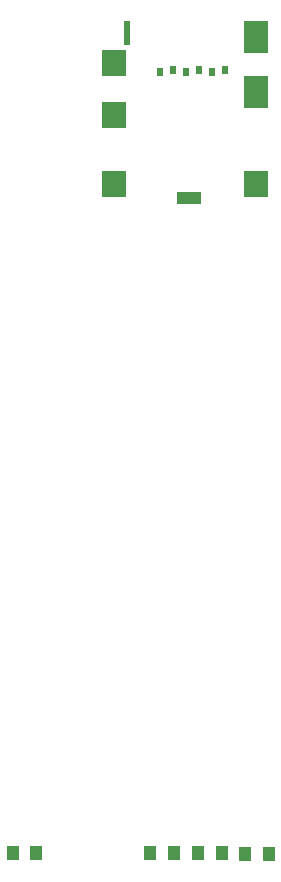
<source format=gbr>
G04 #@! TF.GenerationSoftware,KiCad,Pcbnew,5.0.2+dfsg1-1~bpo9+1*
G04 #@! TF.CreationDate,2019-03-13T07:25:58+01:00*
G04 #@! TF.ProjectId,sensenet_particlemeter,73656e73-656e-4657-945f-706172746963,1.0*
G04 #@! TF.SameCoordinates,Original*
G04 #@! TF.FileFunction,Paste,Bot*
G04 #@! TF.FilePolarity,Positive*
%FSLAX46Y46*%
G04 Gerber Fmt 4.6, Leading zero omitted, Abs format (unit mm)*
G04 Created by KiCad (PCBNEW 5.0.2+dfsg1-1~bpo9+1) date Wed 13 Mar 2019 07:25:58 AM CET*
%MOMM*%
%LPD*%
G01*
G04 APERTURE LIST*
%ADD10R,2.000000X2.700000*%
%ADD11R,2.000000X2.300000*%
%ADD12R,0.600000X0.800000*%
%ADD13R,0.600000X2.000000*%
%ADD14R,2.000000X1.000000*%
%ADD15R,1.000000X1.250000*%
G04 APERTURE END LIST*
D10*
G04 #@! TO.C,U4*
X165481520Y-56067960D03*
D11*
X165481520Y-68537960D03*
D10*
X165481520Y-60767960D03*
D11*
X153481520Y-68537960D03*
X153481520Y-62687960D03*
X153481520Y-58287960D03*
D12*
X162811520Y-58887960D03*
X160611520Y-58887960D03*
X157371520Y-59087960D03*
X161711520Y-59087960D03*
X159511520Y-59087960D03*
X158426520Y-58887960D03*
D13*
X154521520Y-55767960D03*
D14*
X159811520Y-69687960D03*
G04 #@! TD*
D15*
G04 #@! TO.C,D2*
X144867120Y-125181360D03*
X146867120Y-125181360D03*
G04 #@! TD*
G04 #@! TO.C,D8*
X158516320Y-125206760D03*
X156516320Y-125206760D03*
G04 #@! TD*
G04 #@! TO.C,D9*
X162554920Y-125206760D03*
X160554920Y-125206760D03*
G04 #@! TD*
G04 #@! TO.C,D10*
X166542720Y-125232160D03*
X164542720Y-125232160D03*
G04 #@! TD*
M02*

</source>
